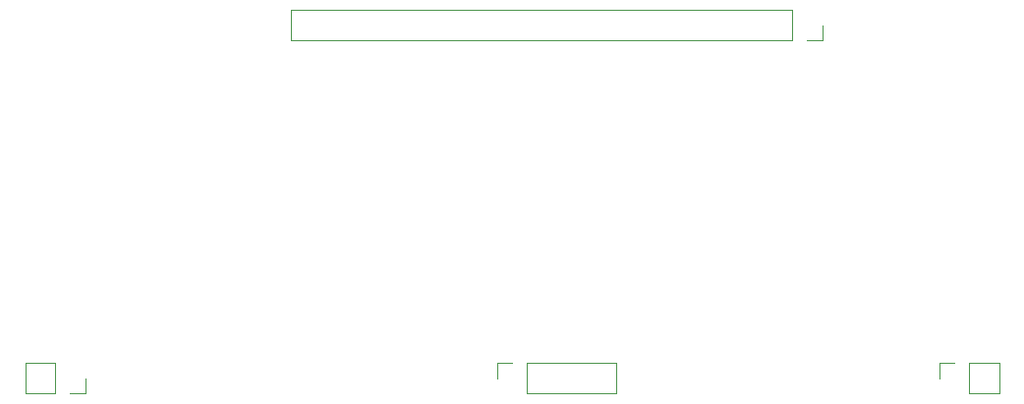
<source format=gbr>
%TF.GenerationSoftware,KiCad,Pcbnew,(5.1.10-1-10_14)*%
%TF.CreationDate,2021-11-22T02:45:21-05:00*%
%TF.ProjectId,control-unit,636f6e74-726f-46c2-9d75-6e69742e6b69,rev?*%
%TF.SameCoordinates,Original*%
%TF.FileFunction,Legend,Bot*%
%TF.FilePolarity,Positive*%
%FSLAX46Y46*%
G04 Gerber Fmt 4.6, Leading zero omitted, Abs format (unit mm)*
G04 Created by KiCad (PCBNEW (5.1.10-1-10_14)) date 2021-11-22 02:45:21*
%MOMM*%
%LPD*%
G01*
G04 APERTURE LIST*
%ADD10C,0.120000*%
G04 APERTURE END LIST*
D10*
%TO.C,J4*%
X176470000Y-110176000D02*
X176470000Y-111506000D01*
X177800000Y-110176000D02*
X176470000Y-110176000D01*
X179070000Y-110176000D02*
X179070000Y-112836000D01*
X179070000Y-112836000D02*
X181670000Y-112836000D01*
X179070000Y-110176000D02*
X181670000Y-110176000D01*
X181670000Y-110176000D02*
X181670000Y-112836000D01*
%TO.C,J3*%
X97730000Y-112836000D02*
X97730000Y-110176000D01*
X100330000Y-112836000D02*
X97730000Y-112836000D01*
X100330000Y-110176000D02*
X97730000Y-110176000D01*
X100330000Y-112836000D02*
X100330000Y-110176000D01*
X101600000Y-112836000D02*
X102930000Y-112836000D01*
X102930000Y-112836000D02*
X102930000Y-111506000D01*
%TO.C,J2*%
X120590000Y-82356000D02*
X120590000Y-79696000D01*
X163830000Y-82356000D02*
X120590000Y-82356000D01*
X163830000Y-79696000D02*
X120590000Y-79696000D01*
X163830000Y-82356000D02*
X163830000Y-79696000D01*
X165100000Y-82356000D02*
X166430000Y-82356000D01*
X166430000Y-82356000D02*
X166430000Y-81026000D01*
%TO.C,J1*%
X148650000Y-110176000D02*
X148650000Y-112836000D01*
X140970000Y-110176000D02*
X148650000Y-110176000D01*
X140970000Y-112836000D02*
X148650000Y-112836000D01*
X140970000Y-110176000D02*
X140970000Y-112836000D01*
X139700000Y-110176000D02*
X138370000Y-110176000D01*
X138370000Y-110176000D02*
X138370000Y-111506000D01*
%TD*%
M02*

</source>
